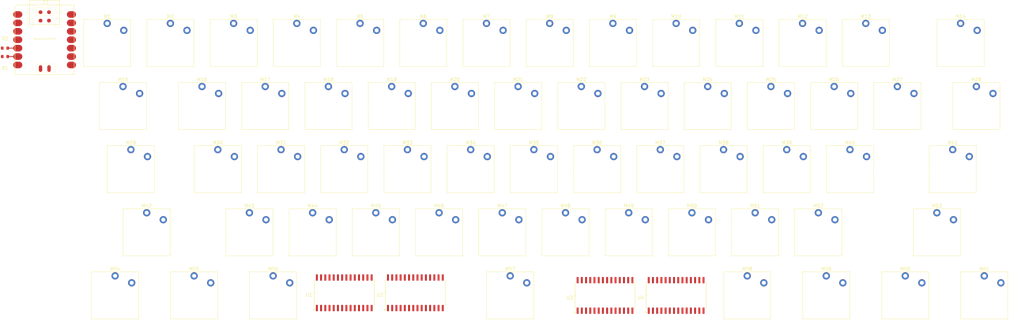
<source format=kicad_pcb>
(kicad_pcb (version 20171130) (host pcbnew "(5.1.10)-1")
  (layers (0 F.Cu signal) (31 B.Cu signal) (34 B.Paste user) (35 F.Paste user) (36 B.SilkS user) (37 F.SilkS user) (38 B.Mask user) (39 F.Mask user) (44 Edge.Cuts user))
  (net 0 "")
  (net 1 /ROW_1_0)
  (net 2 +5V)
  (net 3 /ROW_2_0)
  (net 4 /ROW_3_0)
  (net 5 /ROW_4_0)
  (net 6 /ROW_5_0)
  (net 7 /ROW_6_0)
  (net 8 /ROW_7_0)
  (net 9 /ROW_8_0)
  (net 10 /ROW_1_1)
  (net 11 /ROW_2_1)
  (net 12 /ROW_3_1)
  (net 13 /ROW_4_1)
  (net 14 /ROW_5_1)
  (net 15 /ROW_6_1)
  (net 16 /ROW_7_1)
  (net 17 /ROW_8_1)
  (net 18 /ROW_1_2)
  (net 19 /ROW_2_2)
  (net 20 /ROW_3_2)
  (net 21 /ROW_4_2)
  (net 22 /ROW_5_2)
  (net 23 /ROW_6_2)
  (net 24 /ROW_7_2)
  (net 25 /ROW_8_2)
  (net 26 /ROW_1_3)
  (net 27 /ROW_2_3)
  (net 28 /ROW_3_3)
  (net 29 /ROW_4_3)
  (net 30 /ROW_5_3)
  (net 31 /ROW_6_3)
  (net 32 /ROW_7_3)
  (net 33 /ROW_8_3)
  (net 34 /ROW_1_4)
  (net 35 /ROW_2_4)
  (net 36 /ROW_3_4)
  (net 37 /ROW_4_4)
  (net 38 /ROW_5_4)
  (net 39 /ROW_6_4)
  (net 40 /ROW_7_4)
  (net 41 /ROW_8_4)
  (net 42 /ROW_1_5)
  (net 43 /ROW_2_5)
  (net 44 /ROW_3_5)
  (net 45 /ROW_4_5)
  (net 46 /ROW_5_5)
  (net 47 /ROW_6_5)
  (net 48 /ROW_7_5)
  (net 49 /ROW_1_6)
  (net 50 /ROW_2_6)
  (net 51 /ROW_3_6)
  (net 52 /ROW_4_6)
  (net 53 /ROW_5_6)
  (net 54 /ROW_6_6)
  (net 55 /ROW_7_6)
  (net 56 /ROW_1_7)
  (net 57 /ROW_2_7)
  (net 58 /ROW_3_7)
  (net 59 /ROW_4_7)
  (net 60 /ROW_5_7)
  (net 61 /ROW_6_7)
  (net 62 /ROW_7_7)
  (net 63 /SCL_)
  (net 64 /SDA_)
  (net 65 GND)
  (net 66 /INT_0x0)
  (net 67 /INT_0x2)
  (net 68 /INT_0x1)
  (net 69 /INT_0x3)
  (module Kailh_Pog:SW_Kailh_Choc_V1_6.25u (layer F.Cu) (at 135.73125 133.35)
    (fp_text reference M57 (at 0 -8) (layer F.SilkS))
    (fp_text value SpaceBar)
    (pad "" np_thru_hole circle (at -5.22 4.2) (size 1.2 1.2) (drill 1.2) (layers *.Cu *.Mask))
    (pad "" np_thru_hole circle (at 5.5 0) (size 1.8 1.8) (drill 1.8) (layers *.Cu *.Mask))
    (pad "" np_thru_hole circle (at -5.5 0) (size 1.8 1.8) (drill 1.8) (layers *.Cu *.Mask))
    (pad "" np_thru_hole circle (at 0 0) (size 3.2 3.2) (drill 3.2) (layers *.Cu *.Mask))
    (pad 2 thru_hole circle (at 5 -3.8) (size 2.2 2.2) (drill 1.2) (layers *.Cu B.Mask) (net 65 GND))
    (pad 1 thru_hole circle (at 0 -5.9) (size 2.2 2.2) (drill 1.2) (layers *.Cu B.Mask) (net 9 /ROW_8_0))
  )
  (module Kailh_Pog:SW_Kailh_Choc_V1_1.25u (layer F.Cu) (at 278.60625 133.35)
    (fp_text reference M61 (at 0 -8) (layer F.SilkS))
    (fp_text value RightCtrl)
    (pad "" np_thru_hole circle (at -5.22 4.2) (size 1.2 1.2) (drill 1.2) (layers *.Cu *.Mask))
    (pad "" np_thru_hole circle (at 5.5 0) (size 1.8 1.8) (drill 1.8) (layers *.Cu *.Mask))
    (pad "" np_thru_hole circle (at -5.5 0) (size 1.8 1.8) (drill 1.8) (layers *.Cu *.Mask))
    (pad "" np_thru_hole circle (at 0 0) (size 3.2 3.2) (drill 3.2) (layers *.Cu *.Mask))
    (pad 2 thru_hole circle (at 5 -3.8) (size 2.2 2.2) (drill 1.2) (layers *.Cu B.Mask) (net 65 GND))
    (pad 1 thru_hole circle (at 0 -5.9) (size 2.2 2.2) (drill 1.2) (layers *.Cu B.Mask) (net 41 /ROW_8_4))
  )
  (module Kailh_Pog:SW_Kailh_Choc_V1_2.75u (layer F.Cu) (at 264.31875 114.3)
    (fp_text reference M53 (at 0 -8) (layer F.SilkS))
    (fp_text value RightShift)
    (pad "" np_thru_hole circle (at -5.22 4.2) (size 1.2 1.2) (drill 1.2) (layers *.Cu *.Mask))
    (pad "" np_thru_hole circle (at 5.5 0) (size 1.8 1.8) (drill 1.8) (layers *.Cu *.Mask))
    (pad "" np_thru_hole circle (at -5.5 0) (size 1.8 1.8) (drill 1.8) (layers *.Cu *.Mask))
    (pad "" np_thru_hole circle (at 0 0) (size 3.2 3.2) (drill 3.2) (layers *.Cu *.Mask))
    (pad 2 thru_hole circle (at 5 -3.8) (size 2.2 2.2) (drill 1.2) (layers *.Cu B.Mask) (net 65 GND))
    (pad 1 thru_hole circle (at 0 -5.9) (size 2.2 2.2) (drill 1.2) (layers *.Cu B.Mask) (net 40 /ROW_7_4))
  )
  (module Kailh_Pog:SW_Kailh_Choc_V1_2.25u (layer F.Cu) (at 26.19375 114.3)
    (fp_text reference M42 (at 0 -8) (layer F.SilkS))
    (fp_text value LeftShift)
    (pad "" np_thru_hole circle (at -5.22 4.2) (size 1.2 1.2) (drill 1.2) (layers *.Cu *.Mask))
    (pad "" np_thru_hole circle (at 5.5 0) (size 1.8 1.8) (drill 1.8) (layers *.Cu *.Mask))
    (pad "" np_thru_hole circle (at -5.5 0) (size 1.8 1.8) (drill 1.8) (layers *.Cu *.Mask))
    (pad "" np_thru_hole circle (at 0 0) (size 3.2 3.2) (drill 3.2) (layers *.Cu *.Mask))
    (pad 2 thru_hole circle (at 5 -3.8) (size 2.2 2.2) (drill 1.2) (layers *.Cu B.Mask) (net 65 GND))
    (pad 1 thru_hole circle (at 0 -5.9) (size 2.2 2.2) (drill 1.2) (layers *.Cu B.Mask) (net 15 /ROW_6_1))
  )
  (module Kailh_Pog:SW_Kailh_Choc_V1_2.25u (layer F.Cu) (at 269.08125 95.25)
    (fp_text reference M41 (at 0 -8) (layer F.SilkS))
    (fp_text value Enter)
    (pad "" np_thru_hole circle (at -5.22 4.2) (size 1.2 1.2) (drill 1.2) (layers *.Cu *.Mask))
    (pad "" np_thru_hole circle (at 5.5 0) (size 1.8 1.8) (drill 1.8) (layers *.Cu *.Mask))
    (pad "" np_thru_hole circle (at -5.5 0) (size 1.8 1.8) (drill 1.8) (layers *.Cu *.Mask))
    (pad "" np_thru_hole circle (at 0 0) (size 3.2 3.2) (drill 3.2) (layers *.Cu *.Mask))
    (pad 2 thru_hole circle (at 5 -3.8) (size 2.2 2.2) (drill 1.2) (layers *.Cu B.Mask) (net 65 GND))
    (pad 1 thru_hole circle (at 0 -5.9) (size 2.2 2.2) (drill 1.2) (layers *.Cu B.Mask) (net 7 /ROW_6_0))
  )
  (module Kailh_Pog:SW_Kailh_Choc_V1_1.75u (layer F.Cu) (at 21.43125 95.25)
    (fp_text reference M29 (at 0 -8) (layer F.SilkS))
    (fp_text value CapsLock)
    (pad "" np_thru_hole circle (at -5.22 4.2) (size 1.2 1.2) (drill 1.2) (layers *.Cu *.Mask))
    (pad "" np_thru_hole circle (at 5.5 0) (size 1.8 1.8) (drill 1.8) (layers *.Cu *.Mask))
    (pad "" np_thru_hole circle (at -5.5 0) (size 1.8 1.8) (drill 1.8) (layers *.Cu *.Mask))
    (pad "" np_thru_hole circle (at 0 0) (size 3.2 3.2) (drill 3.2) (layers *.Cu *.Mask))
    (pad 2 thru_hole circle (at 5 -3.8) (size 2.2 2.2) (drill 1.2) (layers *.Cu B.Mask) (net 65 GND))
    (pad 1 thru_hole circle (at 0 -5.9) (size 2.2 2.2) (drill 1.2) (layers *.Cu B.Mask) (net 37 /ROW_4_4))
  )
  (module Kailh_Pog:SW_Kailh_Choc_V1_1.50u (layer F.Cu) (at 276.225 76.2)
    (fp_text reference M28 (at 0 -8) (layer F.SilkS))
    (fp_text value \)
    (pad "" np_thru_hole circle (at -5.22 4.2) (size 1.2 1.2) (drill 1.2) (layers *.Cu *.Mask))
    (pad "" np_thru_hole circle (at 5.5 0) (size 1.8 1.8) (drill 1.8) (layers *.Cu *.Mask))
    (pad "" np_thru_hole circle (at -5.5 0) (size 1.8 1.8) (drill 1.8) (layers *.Cu *.Mask))
    (pad "" np_thru_hole circle (at 0 0) (size 3.2 3.2) (drill 3.2) (layers *.Cu *.Mask))
    (pad 2 thru_hole circle (at 5 -3.8) (size 2.2 2.2) (drill 1.2) (layers *.Cu B.Mask) (net 65 GND))
    (pad 1 thru_hole circle (at 0 -5.9) (size 2.2 2.2) (drill 1.2) (layers *.Cu B.Mask) (net 29 /ROW_4_3))
  )
  (module Kailh_Pog:SW_Kailh_Choc_V1_1.50u (layer F.Cu) (at 19.05 76.2)
    (fp_text reference M15 (at 0 -8) (layer F.SilkS))
    (fp_text value Tab)
    (pad "" np_thru_hole circle (at -5.22 4.2) (size 1.2 1.2) (drill 1.2) (layers *.Cu *.Mask))
    (pad "" np_thru_hole circle (at 5.5 0) (size 1.8 1.8) (drill 1.8) (layers *.Cu *.Mask))
    (pad "" np_thru_hole circle (at -5.5 0) (size 1.8 1.8) (drill 1.8) (layers *.Cu *.Mask))
    (pad "" np_thru_hole circle (at 0 0) (size 3.2 3.2) (drill 3.2) (layers *.Cu *.Mask))
    (pad 2 thru_hole circle (at 5 -3.8) (size 2.2 2.2) (drill 1.2) (layers *.Cu B.Mask) (net 65 GND))
    (pad 1 thru_hole circle (at 0 -5.9) (size 2.2 2.2) (drill 1.2) (layers *.Cu B.Mask) (net 50 /ROW_2_6))
  )
  (module Kailh_Pog:SW_Kailh_Choc_V1_2.00u (layer F.Cu) (at 271.4625 57.15)
    (fp_text reference M14 (at 0 -8) (layer F.SilkS))
    (fp_text value Backspace)
    (pad "" np_thru_hole circle (at -5.22 4.2) (size 1.2 1.2) (drill 1.2) (layers *.Cu *.Mask))
    (pad "" np_thru_hole circle (at 5.5 0) (size 1.8 1.8) (drill 1.8) (layers *.Cu *.Mask))
    (pad "" np_thru_hole circle (at -5.5 0) (size 1.8 1.8) (drill 1.8) (layers *.Cu *.Mask))
    (pad "" np_thru_hole circle (at 0 0) (size 3.2 3.2) (drill 3.2) (layers *.Cu *.Mask))
    (pad 2 thru_hole circle (at 5 -3.8) (size 2.2 2.2) (drill 1.2) (layers *.Cu B.Mask) (net 65 GND))
    (pad 1 thru_hole circle (at 0 -5.9) (size 2.2 2.2) (drill 1.2) (layers *.Cu B.Mask) (net 43 /ROW_2_5))
  )
  (module MCP23017:SOIC127P1030X265-28N (layer F.Cu) (at 85.725 132.55625 90)
    (fp_text reference U1 (at -0.635 -10.635 180) (layer F.SilkS))
    (fp_text value ROW_1_2)
    (pad 28 smd roundrect (at 4.61 -8.255 90) (size 1.91 0.6) (layers F.Cu F.Paste F.Mask) (roundrect_rratio 0.15) (net 56 /ROW_1_7))
    (pad 27 smd roundrect (at 4.61 -6.985 90) (size 1.91 0.6) (layers F.Cu F.Paste F.Mask) (roundrect_rratio 0.15) (net 49 /ROW_1_6))
    (pad 26 smd roundrect (at 4.61 -5.715 90) (size 1.91 0.6) (layers F.Cu F.Paste F.Mask) (roundrect_rratio 0.15) (net 42 /ROW_1_5))
    (pad 25 smd roundrect (at 4.61 -4.445 90) (size 1.91 0.6) (layers F.Cu F.Paste F.Mask) (roundrect_rratio 0.15) (net 34 /ROW_1_4))
    (pad 24 smd roundrect (at 4.61 -3.175 90) (size 1.91 0.6) (layers F.Cu F.Paste F.Mask) (roundrect_rratio 0.15) (net 26 /ROW_1_3))
    (pad 23 smd roundrect (at 4.61 -1.905 90) (size 1.91 0.6) (layers F.Cu F.Paste F.Mask) (roundrect_rratio 0.15) (net 18 /ROW_1_2))
    (pad 22 smd roundrect (at 4.61 -0.635 90) (size 1.91 0.6) (layers F.Cu F.Paste F.Mask) (roundrect_rratio 0.15) (net 10 /ROW_1_1))
    (pad 21 smd roundrect (at 4.61 0.635 90) (size 1.91 0.6) (layers F.Cu F.Paste F.Mask) (roundrect_rratio 0.15) (net 1 /ROW_1_0))
    (pad 20 smd roundrect (at 4.61 1.905 90) (size 1.91 0.6) (layers F.Cu F.Paste F.Mask) (roundrect_rratio 0.15) (net 66 /INT_0x0))
    (pad 19 smd roundrect (at 4.61 3.175 90) (size 1.91 0.6) (layers F.Cu F.Paste F.Mask) (roundrect_rratio 0.15) (net 66 /INT_0x0))
    (pad 18 smd roundrect (at 4.61 4.445 90) (size 1.91 0.6) (layers F.Cu F.Paste F.Mask) (roundrect_rratio 0.15))
    (pad 17 smd roundrect (at 4.61 5.715 90) (size 1.91 0.6) (layers F.Cu F.Paste F.Mask) (roundrect_rratio 0.15) (net 65 GND))
    (pad 16 smd roundrect (at 4.61 6.985 90) (size 1.91 0.6) (layers F.Cu F.Paste F.Mask) (roundrect_rratio 0.15) (net 65 GND))
    (pad 15 smd roundrect (at 4.61 8.255 90) (size 1.91 0.6) (layers F.Cu F.Paste F.Mask) (roundrect_rratio 0.15) (net 65 GND))
    (pad 14 smd roundrect (at -4.61 8.255 90) (size 1.91 0.6) (layers F.Cu F.Paste F.Mask) (roundrect_rratio 0.15))
    (pad 13 smd roundrect (at -4.61 6.985 90) (size 1.91 0.6) (layers F.Cu F.Paste F.Mask) (roundrect_rratio 0.15) (net 64 /SDA_))
    (pad 12 smd roundrect (at -4.61 5.715 90) (size 1.91 0.6) (layers F.Cu F.Paste F.Mask) (roundrect_rratio 0.15) (net 63 /SCL_))
    (pad 11 smd roundrect (at -4.61 4.445 90) (size 1.91 0.6) (layers F.Cu F.Paste F.Mask) (roundrect_rratio 0.15))
    (pad 10 smd roundrect (at -4.61 3.175 90) (size 1.91 0.6) (layers F.Cu F.Paste F.Mask) (roundrect_rratio 0.15) (net 65 GND))
    (pad 9 smd roundrect (at -4.61 1.905 90) (size 1.91 0.6) (layers F.Cu F.Paste F.Mask) (roundrect_rratio 0.15) (net 2 +5V))
    (pad 8 smd roundrect (at -4.61 0.635 90) (size 1.91 0.6) (layers F.Cu F.Paste F.Mask) (roundrect_rratio 0.15) (net 57 /ROW_2_7))
    (pad 7 smd roundrect (at -4.61 -0.635 90) (size 1.91 0.6) (layers F.Cu F.Paste F.Mask) (roundrect_rratio 0.15) (net 50 /ROW_2_6))
    (pad 6 smd roundrect (at -4.61 -1.905 90) (size 1.91 0.6) (layers F.Cu F.Paste F.Mask) (roundrect_rratio 0.15) (net 43 /ROW_2_5))
    (pad 5 smd roundrect (at -4.61 -3.175 90) (size 1.91 0.6) (layers F.Cu F.Paste F.Mask) (roundrect_rratio 0.15) (net 35 /ROW_2_4))
    (pad 4 smd roundrect (at -4.61 -4.445 90) (size 1.91 0.6) (layers F.Cu F.Paste F.Mask) (roundrect_rratio 0.15) (net 27 /ROW_2_3))
    (pad 3 smd roundrect (at -4.61 -5.715 90) (size 1.91 0.6) (layers F.Cu F.Paste F.Mask) (roundrect_rratio 0.15) (net 19 /ROW_2_2))
    (pad 2 smd roundrect (at -4.61 -6.985 90) (size 1.91 0.6) (layers F.Cu F.Paste F.Mask) (roundrect_rratio 0.15) (net 11 /ROW_2_1))
    (pad 1 smd roundrect (at -4.61 -8.255 90) (size 1.91 0.6) (layers F.Cu F.Paste F.Mask) (roundrect_rratio 0.15) (net 3 /ROW_2_0))
  )
  (module MCP23017:SOIC127P1030X265-28N (layer F.Cu) (at 185.7375 133.35 90)
    (fp_text reference U4 (at -0.635 -10.635 180) (layer F.SilkS))
    (fp_text value ROW_7_8)
    (pad 28 smd roundrect (at 4.61 -8.255 90) (size 1.91 0.6) (layers F.Cu F.Paste F.Mask) (roundrect_rratio 0.15) (net 62 /ROW_7_7))
    (pad 27 smd roundrect (at 4.61 -6.985 90) (size 1.91 0.6) (layers F.Cu F.Paste F.Mask) (roundrect_rratio 0.15) (net 55 /ROW_7_6))
    (pad 26 smd roundrect (at 4.61 -5.715 90) (size 1.91 0.6) (layers F.Cu F.Paste F.Mask) (roundrect_rratio 0.15) (net 48 /ROW_7_5))
    (pad 25 smd roundrect (at 4.61 -4.445 90) (size 1.91 0.6) (layers F.Cu F.Paste F.Mask) (roundrect_rratio 0.15) (net 40 /ROW_7_4))
    (pad 24 smd roundrect (at 4.61 -3.175 90) (size 1.91 0.6) (layers F.Cu F.Paste F.Mask) (roundrect_rratio 0.15) (net 32 /ROW_7_3))
    (pad 23 smd roundrect (at 4.61 -1.905 90) (size 1.91 0.6) (layers F.Cu F.Paste F.Mask) (roundrect_rratio 0.15) (net 24 /ROW_7_2))
    (pad 22 smd roundrect (at 4.61 -0.635 90) (size 1.91 0.6) (layers F.Cu F.Paste F.Mask) (roundrect_rratio 0.15) (net 16 /ROW_7_1))
    (pad 21 smd roundrect (at 4.61 0.635 90) (size 1.91 0.6) (layers F.Cu F.Paste F.Mask) (roundrect_rratio 0.15) (net 8 /ROW_7_0))
    (pad 20 smd roundrect (at 4.61 1.905 90) (size 1.91 0.6) (layers F.Cu F.Paste F.Mask) (roundrect_rratio 0.15) (net 69 /INT_0x3))
    (pad 19 smd roundrect (at 4.61 3.175 90) (size 1.91 0.6) (layers F.Cu F.Paste F.Mask) (roundrect_rratio 0.15) (net 69 /INT_0x3))
    (pad 18 smd roundrect (at 4.61 4.445 90) (size 1.91 0.6) (layers F.Cu F.Paste F.Mask) (roundrect_rratio 0.15))
    (pad 17 smd roundrect (at 4.61 5.715 90) (size 1.91 0.6) (layers F.Cu F.Paste F.Mask) (roundrect_rratio 0.15) (net 65 GND))
    (pad 16 smd roundrect (at 4.61 6.985 90) (size 1.91 0.6) (layers F.Cu F.Paste F.Mask) (roundrect_rratio 0.15) (net 2 +5V))
    (pad 15 smd roundrect (at 4.61 8.255 90) (size 1.91 0.6) (layers F.Cu F.Paste F.Mask) (roundrect_rratio 0.15) (net 2 +5V))
    (pad 14 smd roundrect (at -4.61 8.255 90) (size 1.91 0.6) (layers F.Cu F.Paste F.Mask) (roundrect_rratio 0.15))
    (pad 13 smd roundrect (at -4.61 6.985 90) (size 1.91 0.6) (layers F.Cu F.Paste F.Mask) (roundrect_rratio 0.15) (net 64 /SDA_))
    (pad 12 smd roundrect (at -4.61 5.715 90) (size 1.91 0.6) (layers F.Cu F.Paste F.Mask) (roundrect_rratio 0.15) (net 63 /SCL_))
    (pad 11 smd roundrect (at -4.61 4.445 90) (size 1.91 0.6) (layers F.Cu F.Paste F.Mask) (roundrect_rratio 0.15))
    (pad 10 smd roundrect (at -4.61 3.175 90) (size 1.91 0.6) (layers F.Cu F.Paste F.Mask) (roundrect_rratio 0.15) (net 65 GND))
    (pad 9 smd roundrect (at -4.61 1.905 90) (size 1.91 0.6) (layers F.Cu F.Paste F.Mask) (roundrect_rratio 0.15) (net 2 +5V))
    (pad 8 smd roundrect (at -4.61 0.635 90) (size 1.91 0.6) (layers F.Cu F.Paste F.Mask) (roundrect_rratio 0.15))
    (pad 7 smd roundrect (at -4.61 -0.635 90) (size 1.91 0.6) (layers F.Cu F.Paste F.Mask) (roundrect_rratio 0.15))
    (pad 6 smd roundrect (at -4.61 -1.905 90) (size 1.91 0.6) (layers F.Cu F.Paste F.Mask) (roundrect_rratio 0.15))
    (pad 5 smd roundrect (at -4.61 -3.175 90) (size 1.91 0.6) (layers F.Cu F.Paste F.Mask) (roundrect_rratio 0.15) (net 41 /ROW_8_4))
    (pad 4 smd roundrect (at -4.61 -4.445 90) (size 1.91 0.6) (layers F.Cu F.Paste F.Mask) (roundrect_rratio 0.15) (net 33 /ROW_8_3))
    (pad 3 smd roundrect (at -4.61 -5.715 90) (size 1.91 0.6) (layers F.Cu F.Paste F.Mask) (roundrect_rratio 0.15) (net 25 /ROW_8_2))
    (pad 2 smd roundrect (at -4.61 -6.985 90) (size 1.91 0.6) (layers F.Cu F.Paste F.Mask) (roundrect_rratio 0.15) (net 17 /ROW_8_1))
    (pad 1 smd roundrect (at -4.61 -8.255 90) (size 1.91 0.6) (layers F.Cu F.Paste F.Mask) (roundrect_rratio 0.15) (net 9 /ROW_8_0))
  )
  (module "RP2040:Seeeduino XIAO-MOUDLE14P-2.54-21X17.8MM" (layer F.Cu) (at -13.49375 66.675)
    (fp_text reference C1 (at 9.3345 -21.7805) (layer F.SilkS) (effects (font (size 0.889 0.889) (thickness 0.1016))))
    (fp_text value SeeeduinoXIAO (at 8.89 -10.795) (layer F.SilkS) (effects (font (size 0.6096 0.6096) (thickness 0.0762))))
    (pad 20 smd circle (at 10.238803 -16.264187 90) (size 1.143 1.143) (layers F.Cu F.Paste F.Mask))
    (pad 19 smd circle (at 7.698803 -16.264187 90) (size 1.143 1.143) (layers F.Cu F.Paste F.Mask))
    (pad 18 smd circle (at 10.238803 -18.804187 90) (size 1.143 1.143) (layers F.Cu F.Paste F.Mask))
    (pad 17 smd circle (at 7.698803 -18.804187 90) (size 1.143 1.143) (layers F.Cu F.Paste F.Mask))
    (pad 16 smd oval (at 10.25 -1.8 90) (size 2.032 1.016) (layers F.Cu F.Paste F.Mask))
    (pad 15 smd oval (at 7.7 -1.8 90) (size 2.032 1.016) (layers F.Cu F.Paste F.Mask))
    (pad 1 smd oval (at 0.83312 -18.11782) (size 2.74828 1.99898) (layers F.Cu F.Paste F.Mask) (net 66 /INT_0x0))
    (pad 2 smd oval (at 0.83312 -15.57782) (size 2.74828 1.99898) (layers F.Cu F.Paste F.Mask) (net 68 /INT_0x1))
    (pad 3 smd oval (at 0.83312 -13.03782) (size 2.74828 1.99898) (layers F.Cu F.Paste F.Mask) (net 67 /INT_0x2))
    (pad 4 smd oval (at 0.83312 -10.49782) (size 2.74828 1.99898) (layers F.Cu F.Paste F.Mask) (net 69 /INT_0x3))
    (pad 5 smd oval (at 0.83312 -7.95782) (size 2.74828 1.99898) (layers F.Cu F.Paste F.Mask) (net 64 /SDA_))
    (pad 6 smd oval (at 0.83312 -5.41782) (size 2.74828 1.99898) (layers F.Cu F.Paste F.Mask) (net 63 /SCL_))
    (pad 7 smd oval (at 0.83312 -2.87782) (size 2.74828 1.99898) (layers F.Cu F.Paste F.Mask))
    (pad 8 smd oval (at 16.99768 -2.87782) (size 2.74828 1.99898) (layers F.Cu F.Paste F.Mask))
    (pad 9 smd oval (at 16.99768 -5.41782) (size 2.74828 1.99898) (layers F.Cu F.Paste F.Mask))
    (pad 10 smd oval (at 16.99768 -7.95782) (size 2.74828 1.99898) (layers F.Cu F.Paste F.Mask))
    (pad 11 smd oval (at 16.99768 -10.49782) (size 2.74828 1.99898) (layers F.Cu F.Paste F.Mask))
    (pad 12 smd oval (at 16.99768 -13.03782) (size 2.74828 1.99898) (layers F.Cu F.Paste F.Mask))
    (pad 13 smd oval (at 16.99768 -15.57782) (size 2.74828 1.99898) (layers F.Cu F.Paste F.Mask) (net 65 GND))
    (pad 14 smd oval (at 16.99768 -18.11782) (size 2.74828 1.99898) (layers F.Cu F.Paste F.Mask) (net 2 +5V))
  )
  (module MCP23017:SOIC127P1030X265-28N (layer F.Cu) (at 107.15625 132.55625 90)
    (fp_text reference U2 (at -0.635 -10.635 180) (layer F.SilkS))
    (fp_text value ROW_3_4)
    (pad 28 smd roundrect (at 4.61 -8.255 90) (size 1.91 0.6) (layers F.Cu F.Paste F.Mask) (roundrect_rratio 0.15) (net 58 /ROW_3_7))
    (pad 27 smd roundrect (at 4.61 -6.985 90) (size 1.91 0.6) (layers F.Cu F.Paste F.Mask) (roundrect_rratio 0.15) (net 51 /ROW_3_6))
    (pad 26 smd roundrect (at 4.61 -5.715 90) (size 1.91 0.6) (layers F.Cu F.Paste F.Mask) (roundrect_rratio 0.15) (net 44 /ROW_3_5))
    (pad 25 smd roundrect (at 4.61 -4.445 90) (size 1.91 0.6) (layers F.Cu F.Paste F.Mask) (roundrect_rratio 0.15) (net 36 /ROW_3_4))
    (pad 24 smd roundrect (at 4.61 -3.175 90) (size 1.91 0.6) (layers F.Cu F.Paste F.Mask) (roundrect_rratio 0.15) (net 28 /ROW_3_3))
    (pad 23 smd roundrect (at 4.61 -1.905 90) (size 1.91 0.6) (layers F.Cu F.Paste F.Mask) (roundrect_rratio 0.15) (net 20 /ROW_3_2))
    (pad 22 smd roundrect (at 4.61 -0.635 90) (size 1.91 0.6) (layers F.Cu F.Paste F.Mask) (roundrect_rratio 0.15) (net 12 /ROW_3_1))
    (pad 21 smd roundrect (at 4.61 0.635 90) (size 1.91 0.6) (layers F.Cu F.Paste F.Mask) (roundrect_rratio 0.15) (net 4 /ROW_3_0))
    (pad 20 smd roundrect (at 4.61 1.905 90) (size 1.91 0.6) (layers F.Cu F.Paste F.Mask) (roundrect_rratio 0.15) (net 68 /INT_0x1))
    (pad 19 smd roundrect (at 4.61 3.175 90) (size 1.91 0.6) (layers F.Cu F.Paste F.Mask) (roundrect_rratio 0.15) (net 68 /INT_0x1))
    (pad 18 smd roundrect (at 4.61 4.445 90) (size 1.91 0.6) (layers F.Cu F.Paste F.Mask) (roundrect_rratio 0.15))
    (pad 17 smd roundrect (at 4.61 5.715 90) (size 1.91 0.6) (layers F.Cu F.Paste F.Mask) (roundrect_rratio 0.15) (net 65 GND))
    (pad 16 smd roundrect (at 4.61 6.985 90) (size 1.91 0.6) (layers F.Cu F.Paste F.Mask) (roundrect_rratio 0.15) (net 65 GND))
    (pad 15 smd roundrect (at 4.61 8.255 90) (size 1.91 0.6) (layers F.Cu F.Paste F.Mask) (roundrect_rratio 0.15) (net 2 +5V))
    (pad 14 smd roundrect (at -4.61 8.255 90) (size 1.91 0.6) (layers F.Cu F.Paste F.Mask) (roundrect_rratio 0.15))
    (pad 13 smd roundrect (at -4.61 6.985 90) (size 1.91 0.6) (layers F.Cu F.Paste F.Mask) (roundrect_rratio 0.15) (net 64 /SDA_))
    (pad 12 smd roundrect (at -4.61 5.715 90) (size 1.91 0.6) (layers F.Cu F.Paste F.Mask) (roundrect_rratio 0.15) (net 63 /SCL_))
    (pad 11 smd roundrect (at -4.61 4.445 90) (size 1.91 0.6) (layers F.Cu F.Paste F.Mask) (roundrect_rratio 0.15))
    (pad 10 smd roundrect (at -4.61 3.175 90) (size 1.91 0.6) (layers F.Cu F.Paste F.Mask) (roundrect_rratio 0.15) (net 65 GND))
    (pad 9 smd roundrect (at -4.61 1.905 90) (size 1.91 0.6) (layers F.Cu F.Paste F.Mask) (roundrect_rratio 0.15) (net 2 +5V))
    (pad 8 smd roundrect (at -4.61 0.635 90) (size 1.91 0.6) (layers F.Cu F.Paste F.Mask) (roundrect_rratio 0.15) (net 59 /ROW_4_7))
    (pad 7 smd roundrect (at -4.61 -0.635 90) (size 1.91 0.6) (layers F.Cu F.Paste F.Mask) (roundrect_rratio 0.15) (net 52 /ROW_4_6))
    (pad 6 smd roundrect (at -4.61 -1.905 90) (size 1.91 0.6) (layers F.Cu F.Paste F.Mask) (roundrect_rratio 0.15) (net 45 /ROW_4_5))
    (pad 5 smd roundrect (at -4.61 -3.175 90) (size 1.91 0.6) (layers F.Cu F.Paste F.Mask) (roundrect_rratio 0.15) (net 37 /ROW_4_4))
    (pad 4 smd roundrect (at -4.61 -4.445 90) (size 1.91 0.6) (layers F.Cu F.Paste F.Mask) (roundrect_rratio 0.15) (net 29 /ROW_4_3))
    (pad 3 smd roundrect (at -4.61 -5.715 90) (size 1.91 0.6) (layers F.Cu F.Paste F.Mask) (roundrect_rratio 0.15) (net 21 /ROW_4_2))
    (pad 2 smd roundrect (at -4.61 -6.985 90) (size 1.91 0.6) (layers F.Cu F.Paste F.Mask) (roundrect_rratio 0.15) (net 13 /ROW_4_1))
    (pad 1 smd roundrect (at -4.61 -8.255 90) (size 1.91 0.6) (layers F.Cu F.Paste F.Mask) (roundrect_rratio 0.15) (net 5 /ROW_4_0))
  )
  (module MCP23017:SOIC127P1030X265-28N (layer F.Cu) (at 164.30625 133.35 90)
    (fp_text reference U3 (at -0.635 -10.635 180) (layer F.SilkS))
    (fp_text value ROW_5_6)
    (pad 28 smd roundrect (at 4.61 -8.255 90) (size 1.91 0.6) (layers F.Cu F.Paste F.Mask) (roundrect_rratio 0.15) (net 60 /ROW_5_7))
    (pad 27 smd roundrect (at 4.61 -6.985 90) (size 1.91 0.6) (layers F.Cu F.Paste F.Mask) (roundrect_rratio 0.15) (net 53 /ROW_5_6))
    (pad 26 smd roundrect (at 4.61 -5.715 90) (size 1.91 0.6) (layers F.Cu F.Paste F.Mask) (roundrect_rratio 0.15) (net 46 /ROW_5_5))
    (pad 25 smd roundrect (at 4.61 -4.445 90) (size 1.91 0.6) (layers F.Cu F.Paste F.Mask) (roundrect_rratio 0.15) (net 38 /ROW_5_4))
    (pad 24 smd roundrect (at 4.61 -3.175 90) (size 1.91 0.6) (layers F.Cu F.Paste F.Mask) (roundrect_rratio 0.15) (net 30 /ROW_5_3))
    (pad 23 smd roundrect (at 4.61 -1.905 90) (size 1.91 0.6) (layers F.Cu F.Paste F.Mask) (roundrect_rratio 0.15) (net 22 /ROW_5_2))
    (pad 22 smd roundrect (at 4.61 -0.635 90) (size 1.91 0.6) (layers F.Cu F.Paste F.Mask) (roundrect_rratio 0.15) (net 14 /ROW_5_1))
    (pad 21 smd roundrect (at 4.61 0.635 90) (size 1.91 0.6) (layers F.Cu F.Paste F.Mask) (roundrect_rratio 0.15) (net 6 /ROW_5_0))
    (pad 20 smd roundrect (at 4.61 1.905 90) (size 1.91 0.6) (layers F.Cu F.Paste F.Mask) (roundrect_rratio 0.15) (net 67 /INT_0x2))
    (pad 19 smd roundrect (at 4.61 3.175 90) (size 1.91 0.6) (layers F.Cu F.Paste F.Mask) (roundrect_rratio 0.15) (net 67 /INT_0x2))
    (pad 18 smd roundrect (at 4.61 4.445 90) (size 1.91 0.6) (layers F.Cu F.Paste F.Mask) (roundrect_rratio 0.15))
    (pad 17 smd roundrect (at 4.61 5.715 90) (size 1.91 0.6) (layers F.Cu F.Paste F.Mask) (roundrect_rratio 0.15) (net 65 GND))
    (pad 16 smd roundrect (at 4.61 6.985 90) (size 1.91 0.6) (layers F.Cu F.Paste F.Mask) (roundrect_rratio 0.15) (net 2 +5V))
    (pad 15 smd roundrect (at 4.61 8.255 90) (size 1.91 0.6) (layers F.Cu F.Paste F.Mask) (roundrect_rratio 0.15) (net 65 GND))
    (pad 14 smd roundrect (at -4.61 8.255 90) (size 1.91 0.6) (layers F.Cu F.Paste F.Mask) (roundrect_rratio 0.15))
    (pad 13 smd roundrect (at -4.61 6.985 90) (size 1.91 0.6) (layers F.Cu F.Paste F.Mask) (roundrect_rratio 0.15) (net 64 /SDA_))
    (pad 12 smd roundrect (at -4.61 5.715 90) (size 1.91 0.6) (layers F.Cu F.Paste F.Mask) (roundrect_rratio 0.15) (net 63 /SCL_))
    (pad 11 smd roundrect (at -4.61 4.445 90) (size 1.91 0.6) (layers F.Cu F.Paste F.Mask) (roundrect_rratio 0.15))
    (pad 10 smd roundrect (at -4.61 3.175 90) (size 1.91 0.6) (layers F.Cu F.Paste F.Mask) (roundrect_rratio 0.15) (net 65 GND))
    (pad 9 smd roundrect (at -4.61 1.905 90) (size 1.91 0.6) (layers F.Cu F.Paste F.Mask) (roundrect_rratio 0.15) (net 2 +5V))
    (pad 8 smd roundrect (at -4.61 0.635 90) (size 1.91 0.6) (layers F.Cu F.Paste F.Mask) (roundrect_rratio 0.15) (net 61 /ROW_6_7))
    (pad 7 smd roundrect (at -4.61 -0.635 90) (size 1.91 0.6) (layers F.Cu F.Paste F.Mask) (roundrect_rratio 0.15) (net 54 /ROW_6_6))
    (pad 6 smd roundrect (at -4.61 -1.905 90) (size 1.91 0.6) (layers F.Cu F.Paste F.Mask) (roundrect_rratio 0.15) (net 47 /ROW_6_5))
    (pad 5 smd roundrect (at -4.61 -3.175 90) (size 1.91 0.6) (layers F.Cu F.Paste F.Mask) (roundrect_rratio 0.15) (net 39 /ROW_6_4))
    (pad 4 smd roundrect (at -4.61 -4.445 90) (size 1.91 0.6) (layers F.Cu F.Paste F.Mask) (roundrect_rratio 0.15) (net 31 /ROW_6_3))
    (pad 3 smd roundrect (at -4.61 -5.715 90) (size 1.91 0.6) (layers F.Cu F.Paste F.Mask) (roundrect_rratio 0.15) (net 23 /ROW_6_2))
    (pad 2 smd roundrect (at -4.61 -6.985 90) (size 1.91 0.6) (layers F.Cu F.Paste F.Mask) (roundrect_rratio 0.15) (net 15 /ROW_6_1))
    (pad 1 smd roundrect (at -4.61 -8.255 90) (size 1.91 0.6) (layers F.Cu F.Paste F.Mask) (roundrect_rratio 0.15) (net 7 /ROW_6_0))
  )
  (module Resistor_SMD:R_0603_1608Metric (layer F.Cu) (at -16.51 58.71718 180)
    (fp_text reference R2 (at 0 2.83718) (layer F.SilkS))
    (fp_text value 10k)
    (pad 2 smd roundrect (at 0.825 0 180) (size 0.8 0.95) (layers F.Cu F.Paste F.Mask) (net 2 +5V))
    (pad 1 smd roundrect (at -0.825 0 180) (size 0.8 0.95) (layers F.Cu F.Paste F.Mask) (net 64 /SDA_))
  )
  (module Resistor_SMD:R_0603_1608Metric (layer F.Cu) (at -16.51 61.25718)
    (fp_text reference R1 (at 0 3.51282) (layer F.SilkS))
    (fp_text value 10k)
    (pad 2 smd roundrect (at 0.825 0) (size 0.8 0.95) (layers F.Cu F.Paste F.Mask) (net 63 /SCL_))
    (pad 1 smd roundrect (at -0.825 0) (size 0.8 0.95) (layers F.Cu F.Paste F.Mask) (net 2 +5V))
  )
  (module Kailh_Pog:SW_Kailh_Choc_V1_1.25u (layer F.Cu) (at 254.79375 133.35)
    (fp_text reference M60 (at 0 -8) (layer F.SilkS))
    (fp_text value Menu)
    (pad "" np_thru_hole circle (at -5.22 4.2) (size 1.2 1.2) (drill 1.2) (layers *.Cu *.Mask))
    (pad "" np_thru_hole circle (at 5.5 0) (size 1.8 1.8) (drill 1.8) (layers *.Cu *.Mask))
    (pad "" np_thru_hole circle (at -5.5 0) (size 1.8 1.8) (drill 1.8) (layers *.Cu *.Mask))
    (pad "" np_thru_hole circle (at 0 0) (size 3.2 3.2) (drill 3.2) (layers *.Cu *.Mask))
    (pad 2 thru_hole circle (at 5 -3.8) (size 2.2 2.2) (drill 1.2) (layers *.Cu B.Mask) (net 65 GND))
    (pad 1 thru_hole circle (at 0 -5.9) (size 2.2 2.2) (drill 1.2) (layers *.Cu B.Mask) (net 33 /ROW_8_3))
  )
  (module Kailh_Pog:SW_Kailh_Choc_V1_1.25u (layer F.Cu) (at 230.98125 133.35)
    (fp_text reference M59 (at 0 -8) (layer F.SilkS))
    (fp_text value RightSuper)
    (pad "" np_thru_hole circle (at -5.22 4.2) (size 1.2 1.2) (drill 1.2) (layers *.Cu *.Mask))
    (pad "" np_thru_hole circle (at 5.5 0) (size 1.8 1.8) (drill 1.8) (layers *.Cu *.Mask))
    (pad "" np_thru_hole circle (at -5.5 0) (size 1.8 1.8) (drill 1.8) (layers *.Cu *.Mask))
    (pad "" np_thru_hole circle (at 0 0) (size 3.2 3.2) (drill 3.2) (layers *.Cu *.Mask))
    (pad 2 thru_hole circle (at 5 -3.8) (size 2.2 2.2) (drill 1.2) (layers *.Cu B.Mask) (net 65 GND))
    (pad 1 thru_hole circle (at 0 -5.9) (size 2.2 2.2) (drill 1.2) (layers *.Cu B.Mask) (net 25 /ROW_8_2))
  )
  (module Kailh_Pog:SW_Kailh_Choc_V1_1.25u (layer F.Cu) (at 207.16875 133.35)
    (fp_text reference M58 (at 0 -8) (layer F.SilkS))
    (fp_text value RightAlt)
    (pad "" np_thru_hole circle (at -5.22 4.2) (size 1.2 1.2) (drill 1.2) (layers *.Cu *.Mask))
    (pad "" np_thru_hole circle (at 5.5 0) (size 1.8 1.8) (drill 1.8) (layers *.Cu *.Mask))
    (pad "" np_thru_hole circle (at -5.5 0) (size 1.8 1.8) (drill 1.8) (layers *.Cu *.Mask))
    (pad "" np_thru_hole circle (at 0 0) (size 3.2 3.2) (drill 3.2) (layers *.Cu *.Mask))
    (pad 2 thru_hole circle (at 5 -3.8) (size 2.2 2.2) (drill 1.2) (layers *.Cu B.Mask) (net 65 GND))
    (pad 1 thru_hole circle (at 0 -5.9) (size 2.2 2.2) (drill 1.2) (layers *.Cu B.Mask) (net 17 /ROW_8_1))
  )
  (module Kailh_Pog:SW_Kailh_Choc_V1_1.25u (layer F.Cu) (at 64.29375 133.35)
    (fp_text reference M56 (at 0 -8) (layer F.SilkS))
    (fp_text value LeftAlt)
    (pad "" np_thru_hole circle (at -5.22 4.2) (size 1.2 1.2) (drill 1.2) (layers *.Cu *.Mask))
    (pad "" np_thru_hole circle (at 5.5 0) (size 1.8 1.8) (drill 1.8) (layers *.Cu *.Mask))
    (pad "" np_thru_hole circle (at -5.5 0) (size 1.8 1.8) (drill 1.8) (layers *.Cu *.Mask))
    (pad "" np_thru_hole circle (at 0 0) (size 3.2 3.2) (drill 3.2) (layers *.Cu *.Mask))
    (pad 2 thru_hole circle (at 5 -3.8) (size 2.2 2.2) (drill 1.2) (layers *.Cu B.Mask) (net 65 GND))
    (pad 1 thru_hole circle (at 0 -5.9) (size 2.2 2.2) (drill 1.2) (layers *.Cu B.Mask) (net 62 /ROW_7_7))
  )
  (module Kailh_Pog:SW_Kailh_Choc_V1_1.25u (layer F.Cu) (at 40.48125 133.35)
    (fp_text reference M55 (at 0 -8) (layer F.SilkS))
    (fp_text value LeftSuper)
    (pad "" np_thru_hole circle (at -5.22 4.2) (size 1.2 1.2) (drill 1.2) (layers *.Cu *.Mask))
    (pad "" np_thru_hole circle (at 5.5 0) (size 1.8 1.8) (drill 1.8) (layers *.Cu *.Mask))
    (pad "" np_thru_hole circle (at -5.5 0) (size 1.8 1.8) (drill 1.8) (layers *.Cu *.Mask))
    (pad "" np_thru_hole circle (at 0 0) (size 3.2 3.2) (drill 3.2) (layers *.Cu *.Mask))
    (pad 2 thru_hole circle (at 5 -3.8) (size 2.2 2.2) (drill 1.2) (layers *.Cu B.Mask) (net 65 GND))
    (pad 1 thru_hole circle (at 0 -5.9) (size 2.2 2.2) (drill 1.2) (layers *.Cu B.Mask) (net 55 /ROW_7_6))
  )
  (module Kailh_Pog:SW_Kailh_Choc_V1_1.25u (layer F.Cu) (at 16.66875 133.35)
    (fp_text reference M54 (at 0 -8) (layer F.SilkS))
    (fp_text value LeftCtrl)
    (pad "" np_thru_hole circle (at -5.22 4.2) (size 1.2 1.2) (drill 1.2) (layers *.Cu *.Mask))
    (pad "" np_thru_hole circle (at 5.5 0) (size 1.8 1.8) (drill 1.8) (layers *.Cu *.Mask))
    (pad "" np_thru_hole circle (at -5.5 0) (size 1.8 1.8) (drill 1.8) (layers *.Cu *.Mask))
    (pad "" np_thru_hole circle (at 0 0) (size 3.2 3.2) (drill 3.2) (layers *.Cu *.Mask))
    (pad 2 thru_hole circle (at 5 -3.8) (size 2.2 2.2) (drill 1.2) (layers *.Cu B.Mask) (net 65 GND))
    (pad 1 thru_hole circle (at 0 -5.9) (size 2.2 2.2) (drill 1.2) (layers *.Cu B.Mask) (net 48 /ROW_7_5))
  )
  (module Kailh_Pog:SW_Kailh_Choc_V1_1.00u (layer F.Cu) (at 228.6 114.3)
    (fp_text reference M52 (at 0 -8) (layer F.SilkS))
    (fp_text value /)
    (pad "" np_thru_hole circle (at -5.22 4.2) (size 1.2 1.2) (drill 1.2) (layers *.Cu *.Mask))
    (pad "" np_thru_hole circle (at 5.5 0) (size 1.8 1.8) (drill 1.8) (layers *.Cu *.Mask))
    (pad "" np_thru_hole circle (at -5.5 0) (size 1.8 1.8) (drill 1.8) (layers *.Cu *.Mask))
    (pad "" np_thru_hole circle (at 0 0) (size 3.2 3.2) (drill 3.2) (layers *.Cu *.Mask))
    (pad 2 thru_hole circle (at 5 -3.8) (size 2.2 2.2) (drill 1.2) (layers *.Cu B.Mask) (net 65 GND))
    (pad 1 thru_hole circle (at 0 -5.9) (size 2.2 2.2) (drill 1.2) (layers *.Cu B.Mask) (net 32 /ROW_7_3))
  )
  (module Kailh_Pog:SW_Kailh_Choc_V1_1.00u (layer F.Cu) (at 209.55 114.3)
    (fp_text reference M51 (at 0 -8) (layer F.SilkS))
    (fp_text value .)
    (pad "" np_thru_hole circle (at -5.22 4.2) (size 1.2 1.2) (drill 1.2) (layers *.Cu *.Mask))
    (pad "" np_thru_hole circle (at 5.5 0) (size 1.8 1.8) (drill 1.8) (layers *.Cu *.Mask))
    (pad "" np_thru_hole circle (at -5.5 0) (size 1.8 1.8) (drill 1.8) (layers *.Cu *.Mask))
    (pad "" np_thru_hole circle (at 0 0) (size 3.2 3.2) (drill 3.2) (layers *.Cu *.Mask))
    (pad 2 thru_hole circle (at 5 -3.8) (size 2.2 2.2) (drill 1.2) (layers *.Cu B.Mask) (net 65 GND))
    (pad 1 thru_hole circle (at 0 -5.9) (size 2.2 2.2) (drill 1.2) (layers *.Cu B.Mask) (net 24 /ROW_7_2))
  )
  (module Kailh_Pog:SW_Kailh_Choc_V1_1.00u (layer F.Cu) (at 190.5 114.3)
    (fp_text reference M50 (at 0 -8) (layer F.SilkS))
    (fp_text value ,)
    (pad "" np_thru_hole circle (at -5.22 4.2) (size 1.2 1.2) (drill 1.2) (layers *.Cu *.Mask))
    (pad "" np_thru_hole circle (at 5.5 0) (size 1.8 1.8) (drill 1.8) (layers *.Cu *.Mask))
    (pad "" np_thru_hole circle (at -5.5 0) (size 1.8 1.8) (drill 1.8) (layers *.Cu *.Mask))
    (pad "" np_thru_hole circle (at 0 0) (size 3.2 3.2) (drill 3.2) (layers *.Cu *.Mask))
    (pad 2 thru_hole circle (at 5 -3.8) (size 2.2 2.2) (drill 1.2) (layers *.Cu B.Mask) (net 65 GND))
    (pad 1 thru_hole circle (at 0 -5.9) (size 2.2 2.2) (drill 1.2) (layers *.Cu B.Mask) (net 16 /ROW_7_1))
  )
  (module Kailh_Pog:SW_Kailh_Choc_V1_1.00u (layer F.Cu) (at 171.45 114.3)
    (fp_text reference M49 (at 0 -8) (layer F.SilkS))
    (fp_text value M)
    (pad "" np_thru_hole circle (at -5.22 4.2) (size 1.2 1.2) (drill 1.2) (layers *.Cu *.Mask))
    (pad "" np_thru_hole circle (at 5.5 0) (size 1.8 1.8) (drill 1.8) (layers *.Cu *.Mask))
    (pad "" np_thru_hole circle (at -5.5 0) (size 1.8 1.8) (drill 1.8) (layers *.Cu *.Mask))
    (pad "" np_thru_hole circle (at 0 0) (size 3.2 3.2) (drill 3.2) (layers *.Cu *.Mask))
    (pad 2 thru_hole circle (at 5 -3.8) (size 2.2 2.2) (drill 1.2) (layers *.Cu B.Mask) (net 65 GND))
    (pad 1 thru_hole circle (at 0 -5.9) (size 2.2 2.2) (drill 1.2) (layers *.Cu B.Mask) (net 8 /ROW_7_0))
  )
  (module Kailh_Pog:SW_Kailh_Choc_V1_1.00u (layer F.Cu) (at 152.4 114.3)
    (fp_text reference M48 (at 0 -8) (layer F.SilkS))
    (fp_text value N)
    (pad "" np_thru_hole circle (at -5.22 4.2) (size 1.2 1.2) (drill 1.2) (layers *.Cu *.Mask))
    (pad "" np_thru_hole circle (at 5.5 0) (size 1.8 1.8) (drill 1.8) (layers *.Cu *.Mask))
    (pad "" np_thru_hole circle (at -5.5 0) (size 1.8 1.8) (drill 1.8) (layers *.Cu *.Mask))
    (pad "" np_thru_hole circle (at 0 0) (size 3.2 3.2) (drill 3.2) (layers *.Cu *.Mask))
    (pad 2 thru_hole circle (at 5 -3.8) (size 2.2 2.2) (drill 1.2) (layers *.Cu B.Mask) (net 65 GND))
    (pad 1 thru_hole circle (at 0 -5.9) (size 2.2 2.2) (drill 1.2) (layers *.Cu B.Mask) (net 61 /ROW_6_7))
  )
  (module Kailh_Pog:SW_Kailh_Choc_V1_1.00u (layer F.Cu) (at 133.35 114.3)
    (fp_text reference M47 (at 0 -8) (layer F.SilkS))
    (fp_text value B)
    (pad "" np_thru_hole circle (at -5.22 4.2) (size 1.2 1.2) (drill 1.2) (layers *.Cu *.Mask))
    (pad "" np_thru_hole circle (at 5.5 0) (size 1.8 1.8) (drill 1.8) (layers *.Cu *.Mask))
    (pad "" np_thru_hole circle (at -5.5 0) (size 1.8 1.8) (drill 1.8) (layers *.Cu *.Mask))
    (pad "" np_thru_hole circle (at 0 0) (size 3.2 3.2) (drill 3.2) (layers *.Cu *.Mask))
    (pad 2 thru_hole circle (at 5 -3.8) (size 2.2 2.2) (drill 1.2) (layers *.Cu B.Mask) (net 65 GND))
    (pad 1 thru_hole circle (at 0 -5.9) (size 2.2 2.2) (drill 1.2) (layers *.Cu B.Mask) (net 54 /ROW_6_6))
  )
  (module Kailh_Pog:SW_Kailh_Choc_V1_1.00u (layer F.Cu) (at 114.3 114.3)
    (fp_text reference M46 (at 0 -8) (layer F.SilkS))
    (fp_text value V)
    (pad "" np_thru_hole circle (at -5.22 4.2) (size 1.2 1.2) (drill 1.2) (layers *.Cu *.Mask))
    (pad "" np_thru_hole circle (at 5.5 0) (size 1.8 1.8) (drill 1.8) (layers *.Cu *.Mask))
    (pad "" np_thru_hole circle (at -5.5 0) (size 1.8 1.8) (drill 1.8) (layers *.Cu *.Mask))
    (pad "" np_thru_hole circle (at 0 0) (size 3.2 3.2) (drill 3.2) (layers *.Cu *.Mask))
    (pad 2 thru_hole circle (at 5 -3.8) (size 2.2 2.2) (drill 1.2) (layers *.Cu B.Mask) (net 65 GND))
    (pad 1 thru_hole circle (at 0 -5.9) (size 2.2 2.2) (drill 1.2) (layers *.Cu B.Mask) (net 47 /ROW_6_5))
  )
  (module Kailh_Pog:SW_Kailh_Choc_V1_1.00u (layer F.Cu) (at 95.25 114.3)
    (fp_text reference M45 (at 0 -8) (layer F.SilkS))
    (fp_text value C)
    (pad "" np_thru_hole circle (at -5.22 4.2) (size 1.2 1.2) (drill 1.2) (layers *.Cu *.Mask))
    (pad "" np_thru_hole circle (at 5.5 0) (size 1.8 1.8) (drill 1.8) (layers *.Cu *.Mask))
    (pad "" np_thru_hole circle (at -5.5 0) (size 1.8 1.8) (drill 1.8) (layers *.Cu *.Mask))
    (pad "" np_thru_hole circle (at 0 0) (size 3.2 3.2) (drill 3.2) (layers *.Cu *.Mask))
    (pad 2 thru_hole circle (at 5 -3.8) (size 2.2 2.2) (drill 1.2) (layers *.Cu B.Mask) (net 65 GND))
    (pad 1 thru_hole circle (at 0 -5.9) (size 2.2 2.2) (drill 1.2) (layers *.Cu B.Mask) (net 39 /ROW_6_4))
  )
  (module Kailh_Pog:SW_Kailh_Choc_V1_1.00u (layer F.Cu) (at 76.2 114.3)
    (fp_text reference M44 (at 0 -8) (layer F.SilkS))
    (fp_text value X)
    (pad "" np_thru_hole circle (at -5.22 4.2) (size 1.2 1.2) (drill 1.2) (layers *.Cu *.Mask))
    (pad "" np_thru_hole circle (at 5.5 0) (size 1.8 1.8) (drill 1.8) (layers *.Cu *.Mask))
    (pad "" np_thru_hole circle (at -5.5 0) (size 1.8 1.8) (drill 1.8) (layers *.Cu *.Mask))
    (pad "" np_thru_hole circle (at 0 0) (size 3.2 3.2) (drill 3.2) (layers *.Cu *.Mask))
    (pad 2 thru_hole circle (at 5 -3.8) (size 2.2 2.2) (drill 1.2) (layers *.Cu B.Mask) (net 65 GND))
    (pad 1 thru_hole circle (at 0 -5.9) (size 2.2 2.2) (drill 1.2) (layers *.Cu B.Mask) (net 31 /ROW_6_3))
  )
  (module Kailh_Pog:SW_Kailh_Choc_V1_1.00u (layer F.Cu) (at 57.15 114.3)
    (fp_text reference M43 (at 0 -8) (layer F.SilkS))
    (fp_text value Z)
    (pad "" np_thru_hole circle (at -5.22 4.2) (size 1.2 1.2) (drill 1.2) (layers *.Cu *.Mask))
    (pad "" np_thru_hole circle (at 5.5 0) (size 1.8 1.8) (drill 1.8) (layers *.Cu *.Mask))
    (pad "" np_thru_hole circle (at -5.5 0) (size 1.8 1.8) (drill 1.8) (layers *.Cu *.Mask))
    (pad "" np_thru_hole circle (at 0 0) (size 3.2 3.2) (drill 3.2) (layers *.Cu *.Mask))
    (pad 2 thru_hole circle (at 5 -3.8) (size 2.2 2.2) (drill 1.2) (layers *.Cu B.Mask) (net 65 GND))
    (pad 1 thru_hole circle (at 0 -5.9) (size 2.2 2.2) (drill 1.2) (layers *.Cu B.Mask) (net 23 /ROW_6_2))
  )
  (module Kailh_Pog:SW_Kailh_Choc_V1_1.00u (layer F.Cu) (at 238.125 95.25)
    (fp_text reference M40 (at 0 -8) (layer F.SilkS))
    (fp_text value ')
    (pad "" np_thru_hole circle (at -5.22 4.2) (size 1.2 1.2) (drill 1.2) (layers *.Cu *.Mask))
    (pad "" np_thru_hole circle (at 5.5 0) (size 1.8 1.8) (drill 1.8) (layers *.Cu *.Mask))
    (pad "" np_thru_hole circle (at -5.5 0) (size 1.8 1.8) (drill 1.8) (layers *.Cu *.Mask))
    (pad "" np_thru_hole circle (at 0 0) (size 3.2 3.2) (drill 3.2) (layers *.Cu *.Mask))
    (pad 2 thru_hole circle (at 5 -3.8) (size 2.2 2.2) (drill 1.2) (layers *.Cu B.Mask) (net 65 GND))
    (pad 1 thru_hole circle (at 0 -5.9) (size 2.2 2.2) (drill 1.2) (layers *.Cu B.Mask) (net 60 /ROW_5_7))
  )
  (module Kailh_Pog:SW_Kailh_Choc_V1_1.00u (layer F.Cu) (at 219.075 95.25)
    (fp_text reference M39 (at 0 -8) (layer F.SilkS))
    (fp_text value ;)
    (pad "" np_thru_hole circle (at -5.22 4.2) (size 1.2 1.2) (drill 1.2) (layers *.Cu *.Mask))
    (pad "" np_thru_hole circle (at 5.5 0) (size 1.8 1.8) (drill 1.8) (layers *.Cu *.Mask))
    (pad "" np_thru_hole circle (at -5.5 0) (size 1.8 1.8) (drill 1.8) (layers *.Cu *.Mask))
    (pad "" np_thru_hole circle (at 0 0) (size 3.2 3.2) (drill 3.2) (layers *.Cu *.Mask))
    (pad 2 thru_hole circle (at 5 -3.8) (size 2.2 2.2) (drill 1.2) (layers *.Cu B.Mask) (net 65 GND))
    (pad 1 thru_hole circle (at 0 -5.9) (size 2.2 2.2) (drill 1.2) (layers *.Cu B.Mask) (net 53 /ROW_5_6))
  )
  (module Kailh_Pog:SW_Kailh_Choc_V1_1.00u (layer F.Cu) (at 200.025 95.25)
    (fp_text reference M38 (at 0 -8) (layer F.SilkS))
    (fp_text value L)
    (pad "" np_thru_hole circle (at -5.22 4.2) (size 1.2 1.2) (drill 1.2) (layers *.Cu *.Mask))
    (pad "" np_thru_hole circle (at 5.5 0) (size 1.8 1.8) (drill 1.8) (layers *.Cu *.Mask))
    (pad "" np_thru_hole circle (at -5.5 0) (size 1.8 1.8) (drill 1.8) (layers *.Cu *.Mask))
    (pad "" np_thru_hole circle (at 0 0) (size 3.2 3.2) (drill 3.2) (layers *.Cu *.Mask))
    (pad 2 thru_hole circle (at 5 -3.8) (size 2.2 2.2) (drill 1.2) (layers *.Cu B.Mask) (net 65 GND))
    (pad 1 thru_hole circle (at 0 -5.9) (size 2.2 2.2) (drill 1.2) (layers *.Cu B.Mask) (net 46 /ROW_5_5))
  )
  (module Kailh_Pog:SW_Kailh_Choc_V1_1.00u (layer F.Cu) (at 180.975 95.25)
    (fp_text reference M37 (at 0 -8) (layer F.SilkS))
    (fp_text value K)
    (pad "" np_thru_hole circle (at -5.22 4.2) (size 1.2 1.2) (drill 1.2) (layers *.Cu *.Mask))
    (pad "" np_thru_hole circle (at 5.5 0) (size 1.8 1.8) (drill 1.8) (layers *.Cu *.Mask))
    (pad "" np_thru_hole circle (at -5.5 0) (size 1.8 1.8) (drill 1.8) (layers *.Cu *.Mask))
    (pad "" np_thru_hole circle (at 0 0) (size 3.2 3.2) (drill 3.2) (layers *.Cu *.Mask))
    (pad 2 thru_hole circle (at 5 -3.8) (size 2.2 2.2) (drill 1.2) (layers *.Cu B.Mask) (net 65 GND))
    (pad 1 thru_hole circle (at 0 -5.9) (size 2.2 2.2) (drill 1.2) (layers *.Cu B.Mask) (net 38 /ROW_5_4))
  )
  (module Kailh_Pog:SW_Kailh_Choc_V1_1.00u (layer F.Cu) (at 161.925 95.25)
    (fp_text reference M36 (at 0 -8) (layer F.SilkS))
    (fp_text value J)
    (pad "" np_thru_hole circle (at -5.22 4.2) (size 1.2 1.2) (drill 1.2) (layers *.Cu *.Mask))
    (pad "" np_thru_hole circle (at 5.5 0) (size 1.8 1.8) (drill 1.8) (layers *.Cu *.Mask))
    (pad "" np_thru_hole circle (at -5.5 0) (size 1.8 1.8) (drill 1.8) (layers *.Cu *.Mask))
    (pad "" np_thru_hole circle (at 0 0) (size 3.2 3.2) (drill 3.2) (layers *.Cu *.Mask))
    (pad 2 thru_hole circle (at 5 -3.8) (size 2.2 2.2) (drill 1.2) (layers *.Cu B.Mask) (net 65 GND))
    (pad 1 thru_hole circle (at 0 -5.9) (size 2.2 2.2) (drill 1.2) (layers *.Cu B.Mask) (net 30 /ROW_5_3))
  )
  (module Kailh_Pog:SW_Kailh_Choc_V1_1.00u (layer F.Cu) (at 142.875 95.25)
    (fp_text reference M35 (at 0 -8) (layer F.SilkS))
    (fp_text value H)
    (pad "" np_thru_hole circle (at -5.22 4.2) (size 1.2 1.2) (drill 1.2) (layers *.Cu *.Mask))
    (pad "" np_thru_hole circle (at 5.5 0) (size 1.8 1.8) (drill 1.8) (layers *.Cu *.Mask))
    (pad "" np_thru_hole circle (at -5.5 0) (size 1.8 1.8) (drill 1.8) (layers *.Cu *.Mask))
    (pad "" np_thru_hole circle (at 0 0) (size 3.2 3.2) (drill 3.2) (layers *.Cu *.Mask))
    (pad 2 thru_hole circle (at 5 -3.8) (size 2.2 2.2) (drill 1.2) (layers *.Cu B.Mask) (net 65 GND))
    (pad 1 thru_hole circle (at 0 -5.9) (size 2.2 2.2) (drill 1.2) (layers *.Cu B.Mask) (net 22 /ROW_5_2))
  )
  (module Kailh_Pog:SW_Kailh_Choc_V1_1.00u (layer F.Cu) (at 123.825 95.25)
    (fp_text reference M34 (at 0 -8) (layer F.SilkS))
    (fp_text value G)
    (pad "" np_thru_hole circle (at -5.22 4.2) (size 1.2 1.2) (drill 1.2) (layers *.Cu *.Mask))
    (pad "" np_thru_hole circle (at 5.5 0) (size 1.8 1.8) (drill 1.8) (layers *.Cu *.Mask))
    (pad "" np_thru_hole circle (at -5.5 0) (size 1.8 1.8) (drill 1.8) (layers *.Cu *.Mask))
    (pad "" np_thru_hole circle (at 0 0) (size 3.2 3.2) (drill 3.2) (layers *.Cu *.Mask))
    (pad 2 thru_hole circle (at 5 -3.8) (size 2.2 2.2) (drill 1.2) (layers *.Cu B.Mask) (net 65 GND))
    (pad 1 thru_hole circle (at 0 -5.9) (size 2.2 2.2) (drill 1.2) (layers *.Cu B.Mask) (net 14 /ROW_5_1))
  )
  (module Kailh_Pog:SW_Kailh_Choc_V1_1.00u (layer F.Cu) (at 104.775 95.25)
    (fp_text reference M33 (at 0 -8) (layer F.SilkS))
    (fp_text value F)
    (pad "" np_thru_hole circle (at -5.22 4.2) (size 1.2 1.2) (drill 1.2) (layers *.Cu *.Mask))
    (pad "" np_thru_hole circle (at 5.5 0) (size 1.8 1.8) (drill 1.8) (layers *.Cu *.Mask))
    (pad "" np_thru_hole circle (at -5.5 0) (size 1.8 1.8) (drill 1.8) (layers *.Cu *.Mask))
    (pad "" np_thru_hole circle (at 0 0) (size 3.2 3.2) (drill 3.2) (layers *.Cu *.Mask))
    (pad 2 thru_hole circle (at 5 -3.8) (size 2.2 2.2) (drill 1.2) (layers *.Cu B.Mask) (net 65 GND))
    (pad 1 thru_hole circle (at 0 -5.9) (size 2.2 2.2) (drill 1.2) (layers *.Cu B.Mask) (net 6 /ROW_5_0))
  )
  (module Kailh_Pog:SW_Kailh_Choc_V1_1.00u (layer F.Cu) (at 85.725 95.25)
    (fp_text reference M32 (at 0 -8) (layer F.SilkS))
    (fp_text value D)
    (pad "" np_thru_hole circle (at -5.22 4.2) (size 1.2 1.2) (drill 1.2) (layers *.Cu *.Mask))
    (pad "" np_thru_hole circle (at 5.5 0) (size 1.8 1.8) (drill 1.8) (layers *.Cu *.Mask))
    (pad "" np_thru_hole circle (at -5.5 0) (size 1.8 1.8) (drill 1.8) (layers *.Cu *.Mask))
    (pad "" np_thru_hole circle (at 0 0) (size 3.2 3.2) (drill 3.2) (layers *.Cu *.Mask))
    (pad 2 thru_hole circle (at 5 -3.8) (size 2.2 2.2) (drill 1.2) (layers *.Cu B.Mask) (net 65 GND))
    (pad 1 thru_hole circle (at 0 -5.9) (size 2.2 2.2) (drill 1.2) (layers *.Cu B.Mask) (net 59 /ROW_4_7))
  )
  (module Kailh_Pog:SW_Kailh_Choc_V1_1.00u (layer F.Cu) (at 66.675 95.25)
    (fp_text reference M31 (at 0 -8) (layer F.SilkS))
    (fp_text value S)
    (pad "" np_thru_hole circle (at -5.22 4.2) (size 1.2 1.2) (drill 1.2) (layers *.Cu *.Mask))
    (pad "" np_thru_hole circle (at 5.5 0) (size 1.8 1.8) (drill 1.8) (layers *.Cu *.Mask))
    (pad "" np_thru_hole circle (at -5.5 0) (size 1.8 1.8) (drill 1.8) (layers *.Cu *.Mask))
    (pad "" np_thru_hole circle (at 0 0) (size 3.2 3.2) (drill 3.2) (layers *.Cu *.Mask))
    (pad 2 thru_hole circle (at 5 -3.8) (size 2.2 2.2) (drill 1.2) (layers *.Cu B.Mask) (net 65 GND))
    (pad 1 thru_hole circle (at 0 -5.9) (size 2.2 2.2) (drill 1.2) (layers *.Cu B.Mask) (net 52 /ROW_4_6))
  )
  (module Kailh_Pog:SW_Kailh_Choc_V1_1.00u (layer F.Cu) (at 47.625 95.25)
    (fp_text reference M30 (at 0 -8) (layer F.SilkS))
    (fp_text value A)
    (pad "" np_thru_hole circle (at -5.22 4.2) (size 1.2 1.2) (drill 1.2) (layers *.Cu *.Mask))
    (pad "" np_thru_hole circle (at 5.5 0) (size 1.8 1.8) (drill 1.8) (layers *.Cu *.Mask))
    (pad "" np_thru_hole circle (at -5.5 0) (size 1.8 1.8) (drill 1.8) (layers *.Cu *.Mask))
    (pad "" np_thru_hole circle (at 0 0) (size 3.2 3.2) (drill 3.2) (layers *.Cu *.Mask))
    (pad 2 thru_hole circle (at 5 -3.8) (size 2.2 2.2) (drill 1.2) (layers *.Cu B.Mask) (net 65 GND))
    (pad 1 thru_hole circle (at 0 -5.9) (size 2.2 2.2) (drill 1.2) (layers *.Cu B.Mask) (net 45 /ROW_4_5))
  )
  (module Kailh_Pog:SW_Kailh_Choc_V1_1.00u (layer F.Cu) (at 252.4125 76.2)
    (fp_text reference M27 (at 0 -8) (layer F.SilkS))
    (fp_text value ])
    (pad "" np_thru_hole circle (at -5.22 4.2) (size 1.2 1.2) (drill 1.2) (layers *.Cu *.Mask))
    (pad "" np_thru_hole circle (at 5.5 0) (size 1.8 1.8) (drill 1.8) (layers *.Cu *.Mask))
    (pad "" np_thru_hole circle (at -5.5 0) (size 1.8 1.8) (drill 1.8) (layers *.Cu *.Mask))
    (pad "" np_thru_hole circle (at 0 0) (size 3.2 3.2) (drill 3.2) (layers *.Cu *.Mask))
    (pad 2 thru_hole circle (at 5 -3.8) (size 2.2 2.2) (drill 1.2) (layers *.Cu B.Mask) (net 65 GND))
    (pad 1 thru_hole circle (at 0 -5.9) (size 2.2 2.2) (drill 1.2) (layers *.Cu B.Mask) (net 21 /ROW_4_2))
  )
  (module Kailh_Pog:SW_Kailh_Choc_V1_1.00u (layer F.Cu) (at 233.3625 76.2)
    (fp_text reference M26 (at 0 -8) (layer F.SilkS))
    (fp_text value [)
    (pad "" np_thru_hole circle (at -5.22 4.2) (size 1.2 1.2) (drill 1.2) (layers *.Cu *.Mask))
    (pad "" np_thru_hole circle (at 5.5 0) (size 1.8 1.8) (drill 1.8) (layers *.Cu *.Mask))
    (pad "" np_thru_hole circle (at -5.5 0) (size 1.8 1.8) (drill 1.8) (layers *.Cu *.Mask))
    (pad "" np_thru_hole circle (at 0 0) (size 3.2 3.2) (drill 3.2) (layers *.Cu *.Mask))
    (pad 2 thru_hole circle (at 5 -3.8) (size 2.2 2.2) (drill 1.2) (layers *.Cu B.Mask) (net 65 GND))
    (pad 1 thru_hole circle (at 0 -5.9) (size 2.2 2.2) (drill 1.2) (layers *.Cu B.Mask) (net 13 /ROW_4_1))
  )
  (module Kailh_Pog:SW_Kailh_Choc_V1_1.00u (layer F.Cu) (at 214.3125 76.2)
    (fp_text reference M25 (at 0 -8) (layer F.SilkS))
    (fp_text value P)
    (pad "" np_thru_hole circle (at -5.22 4.2) (size 1.2 1.2) (drill 1.2) (layers *.Cu *.Mask))
    (pad "" np_thru_hole circle (at 5.5 0) (size 1.8 1.8) (drill 1.8) (layers *.Cu *.Mask))
    (pad "" np_thru_hole circle (at -5.5 0) (size 1.8 1.8) (drill 1.8) (layers *.Cu *.Mask))
    (pad "" np_thru_hole circle (at 0 0) (size 3.2 3.2) (drill 3.2) (layers *.Cu *.Mask))
    (pad 2 thru_hole circle (at 5 -3.8) (size 2.2 2.2) (drill 1.2) (layers *.Cu B.Mask) (net 65 GND))
    (pad 1 thru_hole circle (at 0 -5.9) (size 2.2 2.2) (drill 1.2) (layers *.Cu B.Mask) (net 5 /ROW_4_0))
  )
  (module Kailh_Pog:SW_Kailh_Choc_V1_1.00u (layer F.Cu) (at 195.2625 76.2)
    (fp_text reference M24 (at 0 -8) (layer F.SilkS))
    (fp_text value O)
    (pad "" np_thru_hole circle (at -5.22 4.2) (size 1.2 1.2) (drill 1.2) (layers *.Cu *.Mask))
    (pad "" np_thru_hole circle (at 5.5 0) (size 1.8 1.8) (drill 1.8) (layers *.Cu *.Mask))
    (pad "" np_thru_hole circle (at -5.5 0) (size 1.8 1.8) (drill 1.8) (layers *.Cu *.Mask))
    (pad "" np_thru_hole circle (at 0 0) (size 3.2 3.2) (drill 3.2) (layers *.Cu *.Mask))
    (pad 2 thru_hole circle (at 5 -3.8) (size 2.2 2.2) (drill 1.2) (layers *.Cu B.Mask) (net 65 GND))
    (pad 1 thru_hole circle (at 0 -5.9) (size 2.2 2.2) (drill 1.2) (layers *.Cu B.Mask) (net 58 /ROW_3_7))
  )
  (module Kailh_Pog:SW_Kailh_Choc_V1_1.00u (layer F.Cu) (at 176.2125 76.2)
    (fp_text reference M23 (at 0 -8) (layer F.SilkS))
    (fp_text value I)
    (pad "" np_thru_hole circle (at -5.22 4.2) (size 1.2 1.2) (drill 1.2) (layers *.Cu *.Mask))
    (pad "" np_thru_hole circle (at 5.5 0) (size 1.8 1.8) (drill 1.8) (layers *.Cu *.Mask))
    (pad "" np_thru_hole circle (at -5.5 0) (size 1.8 1.8) (drill 1.8) (layers *.Cu *.Mask))
    (pad "" np_thru_hole circle (at 0 0) (size 3.2 3.2) (drill 3.2) (layers *.Cu *.Mask))
    (pad 2 thru_hole circle (at 5 -3.8) (size 2.2 2.2) (drill 1.2) (layers *.Cu B.Mask) (net 65 GND))
    (pad 1 thru_hole circle (at 0 -5.9) (size 2.2 2.2) (drill 1.2) (layers *.Cu B.Mask) (net 51 /ROW_3_6))
  )
  (module Kailh_Pog:SW_Kailh_Choc_V1_1.00u (layer F.Cu) (at 157.1625 76.2)
    (fp_text reference M22 (at 0 -8) (layer F.SilkS))
    (fp_text value U)
    (pad "" np_thru_hole circle (at -5.22 4.2) (size 1.2 1.2) (drill 1.2) (layers *.Cu *.Mask))
    (pad "" np_thru_hole circle (at 5.5 0) (size 1.8 1.8) (drill 1.8) (layers *.Cu *.Mask))
    (pad "" np_thru_hole circle (at -5.5 0) (size 1.8 1.8) (drill 1.8) (layers *.Cu *.Mask))
    (pad "" np_thru_hole circle (at 0 0) (size 3.2 3.2) (drill 3.2) (layers *.Cu *.Mask))
    (pad 2 thru_hole circle (at 5 -3.8) (size 2.2 2.2) (drill 1.2) (layers *.Cu B.Mask) (net 65 GND))
    (pad 1 thru_hole circle (at 0 -5.9) (size 2.2 2.2) (drill 1.2) (layers *.Cu B.Mask) (net 44 /ROW_3_5))
  )
  (module Kailh_Pog:SW_Kailh_Choc_V1_1.00u (layer F.Cu) (at 138.1125 76.2)
    (fp_text reference M21 (at 0 -8) (layer F.SilkS))
    (fp_text value Y)
    (pad "" np_thru_hole circle (at -5.22 4.2) (size 1.2 1.2) (drill 1.2) (layers *.Cu *.Mask))
    (pad "" np_thru_hole circle (at 5.5 0) (size 1.8 1.8) (drill 1.8) (layers *.Cu *.Mask))
    (pad "" np_thru_hole circle (at -5.5 0) (size 1.8 1.8) (drill 1.8) (layers *.Cu *.Mask))
    (pad "" np_thru_hole circle (at 0 0) (size 3.2 3.2) (drill 3.2) (layers *.Cu *.Mask))
    (pad 2 thru_hole circle (at 5 -3.8) (size 2.2 2.2) (drill 1.2) (layers *.Cu B.Mask) (net 65 GND))
    (pad 1 thru_hole circle (at 0 -5.9) (size 2.2 2.2) (drill 1.2) (layers *.Cu B.Mask) (net 36 /ROW_3_4))
  )
  (module Kailh_Pog:SW_Kailh_Choc_V1_1.00u (layer F.Cu) (at 119.0625 76.2)
    (fp_text reference M20 (at 0 -8) (layer F.SilkS))
    (fp_text value T)
    (pad "" np_thru_hole circle (at -5.22 4.2) (size 1.2 1.2) (drill 1.2) (layers *.Cu *.Mask))
    (pad "" np_thru_hole circle (at 5.5 0) (size 1.8 1.8) (drill 1.8) (layers *.Cu *.Mask))
    (pad "" np_thru_hole circle (at -5.5 0) (size 1.8 1.8) (drill 1.8) (layers *.Cu *.Mask))
    (pad "" np_thru_hole circle (at 0 0) (size 3.2 3.2) (drill 3.2) (layers *.Cu *.Mask))
    (pad 2 thru_hole circle (at 5 -3.8) (size 2.2 2.2) (drill 1.2) (layers *.Cu B.Mask) (net 65 GND))
    (pad 1 thru_hole circle (at 0 -5.9) (size 2.2 2.2) (drill 1.2) (layers *.Cu B.Mask) (net 28 /ROW_3_3))
  )
  (module Kailh_Pog:SW_Kailh_Choc_V1_1.00u (layer F.Cu) (at 100.0125 76.2)
    (fp_text reference M19 (at 0 -8) (layer F.SilkS))
    (fp_text value R)
    (pad "" np_thru_hole circle (at -5.22 4.2) (size 1.2 1.2) (drill 1.2) (layers *.Cu *.Mask))
    (pad "" np_thru_hole circle (at 5.5 0) (size 1.8 1.8) (drill 1.8) (layers *.Cu *.Mask))
    (pad "" np_thru_hole circle (at -5.5 0) (size 1.8 1.8) (drill 1.8) (layers *.Cu *.Mask))
    (pad "" np_thru_hole circle (at 0 0) (size 3.2 3.2) (drill 3.2) (layers *.Cu *.Mask))
    (pad 2 thru_hole circle (at 5 -3.8) (size 2.2 2.2) (drill 1.2) (layers *.Cu B.Mask) (net 65 GND))
    (pad 1 thru_hole circle (at 0 -5.9) (size 2.2 2.2) (drill 1.2) (layers *.Cu B.Mask) (net 20 /ROW_3_2))
  )
  (module Kailh_Pog:SW_Kailh_Choc_V1_1.00u (layer F.Cu) (at 80.9625 76.2)
    (fp_text reference M18 (at 0 -8) (layer F.SilkS))
    (fp_text value E)
    (pad "" np_thru_hole circle (at -5.22 4.2) (size 1.2 1.2) (drill 1.2) (layers *.Cu *.Mask))
    (pad "" np_thru_hole circle (at 5.5 0) (size 1.8 1.8) (drill 1.8) (layers *.Cu *.Mask))
    (pad "" np_thru_hole circle (at -5.5 0) (size 1.8 1.8) (drill 1.8) (layers *.Cu *.Mask))
    (pad "" np_thru_hole circle (at 0 0) (size 3.2 3.2) (drill 3.2) (layers *.Cu *.Mask))
    (pad 2 thru_hole circle (at 5 -3.8) (size 2.2 2.2) (drill 1.2) (layers *.Cu B.Mask) (net 65 GND))
    (pad 1 thru_hole circle (at 0 -5.9) (size 2.2 2.2) (drill 1.2) (layers *.Cu B.Mask) (net 12 /ROW_3_1))
  )
  (module Kailh_Pog:SW_Kailh_Choc_V1_1.00u (layer F.Cu) (at 61.9125 76.2)
    (fp_text reference M17 (at 0 -8) (layer F.SilkS))
    (fp_text value W)
    (pad "" np_thru_hole circle (at -5.22 4.2) (size 1.2 1.2) (drill 1.2) (layers *.Cu *.Mask))
    (pad "" np_thru_hole circle (at 5.5 0) (size 1.8 1.8) (drill 1.8) (layers *.Cu *.Mask))
    (pad "" np_thru_hole circle (at -5.5 0) (size 1.8 1.8) (drill 1.8) (layers *.Cu *.Mask))
    (pad "" np_thru_hole circle (at 0 0) (size 3.2 3.2) (drill 3.2) (layers *.Cu *.Mask))
    (pad 2 thru_hole circle (at 5 -3.8) (size 2.2 2.2) (drill 1.2) (layers *.Cu B.Mask) (net 65 GND))
    (pad 1 thru_hole circle (at 0 -5.9) (size 2.2 2.2) (drill 1.2) (layers *.Cu B.Mask) (net 4 /ROW_3_0))
  )
  (module Kailh_Pog:SW_Kailh_Choc_V1_1.00u (layer F.Cu) (at 42.8625 76.2)
    (fp_text reference M16 (at 0 -8) (layer F.SilkS))
    (fp_text value Q)
    (pad "" np_thru_hole circle (at -5.22 4.2) (size 1.2 1.2) (drill 1.2) (layers *.Cu *.Mask))
    (pad "" np_thru_hole circle (at 5.5 0) (size 1.8 1.8) (drill 1.8) (layers *.Cu *.Mask))
    (pad "" np_thru_hole circle (at -5.5 0) (size 1.8 1.8) (drill 1.8) (layers *.Cu *.Mask))
    (pad "" np_thru_hole circle (at 0 0) (size 3.2 3.2) (drill 3.2) (layers *.Cu *.Mask))
    (pad 2 thru_hole circle (at 5 -3.8) (size 2.2 2.2) (drill 1.2) (layers *.Cu B.Mask) (net 65 GND))
    (pad 1 thru_hole circle (at 0 -5.9) (size 2.2 2.2) (drill 1.2) (layers *.Cu B.Mask) (net 57 /ROW_2_7))
  )
  (module Kailh_Pog:SW_Kailh_Choc_V1_1.00u (layer F.Cu) (at 242.8875 57.15)
    (fp_text reference M13 (at 0 -8) (layer F.SilkS))
    (fp_text value =)
    (pad "" np_thru_hole circle (at -5.22 4.2) (size 1.2 1.2) (drill 1.2) (layers *.Cu *.Mask))
    (pad "" np_thru_hole circle (at 5.5 0) (size 1.8 1.8) (drill 1.8) (layers *.Cu *.Mask))
    (pad "" np_thru_hole circle (at -5.5 0) (size 1.8 1.8) (drill 1.8) (layers *.Cu *.Mask))
    (pad "" np_thru_hole circle (at 0 0) (size 3.2 3.2) (drill 3.2) (layers *.Cu *.Mask))
    (pad 2 thru_hole circle (at 5 -3.8) (size 2.2 2.2) (drill 1.2) (layers *.Cu B.Mask) (net 65 GND))
    (pad 1 thru_hole circle (at 0 -5.9) (size 2.2 2.2) (drill 1.2) (layers *.Cu B.Mask) (net 35 /ROW_2_4))
  )
  (module Kailh_Pog:SW_Kailh_Choc_V1_1.00u (layer F.Cu) (at 223.8375 57.15)
    (fp_text reference M12 (at 0 -8) (layer F.SilkS))
    (fp_text value -)
    (pad "" np_thru_hole circle (at -5.22 4.2) (size 1.2 1.2) (drill 1.2) (layers *.Cu *.Mask))
    (pad "" np_thru_hole circle (at 5.5 0) (size 1.8 1.8) (drill 1.8) (layers *.Cu *.Mask))
    (pad "" np_thru_hole circle (at -5.5 0) (size 1.8 1.8) (drill 1.8) (layers *.Cu *.Mask))
    (pad "" np_thru_hole circle (at 0 0) (size 3.2 3.2) (drill 3.2) (layers *.Cu *.Mask))
    (pad 2 thru_hole circle (at 5 -3.8) (size 2.2 2.2) (drill 1.2) (layers *.Cu B.Mask) (net 65 GND))
    (pad 1 thru_hole circle (at 0 -5.9) (size 2.2 2.2) (drill 1.2) (layers *.Cu B.Mask) (net 27 /ROW_2_3))
  )
  (module Kailh_Pog:SW_Kailh_Choc_V1_1.00u (layer F.Cu) (at 204.7875 57.15)
    (fp_text reference M11 (at 0 -8) (layer F.SilkS))
    (fp_text value 0)
    (pad "" np_thru_hole circle (at -5.22 4.2) (size 1.2 1.2) (drill 1.2) (layers *.Cu *.Mask))
    (pad "" np_thru_hole circle (at 5.5 0) (size 1.8 1.8) (drill 1.8) (layers *.Cu *.Mask))
    (pad "" np_thru_hole circle (at -5.5 0) (size 1.8 1.8) (drill 1.8) (layers *.Cu *.Mask))
    (pad "" np_thru_hole circle (at 0 0) (size 3.2 3.2) (drill 3.2) (layers *.Cu *.Mask))
    (pad 2 thru_hole circle (at 5 -3.8) (size 2.2 2.2) (drill 1.2) (layers *.Cu B.Mask) (net 65 GND))
    (pad 1 thru_hole circle (at 0 -5.9) (size 2.2 2.2) (drill 1.2) (layers *.Cu B.Mask) (net 19 /ROW_2_2))
  )
  (module Kailh_Pog:SW_Kailh_Choc_V1_1.00u (layer F.Cu) (at 185.7375 57.15)
    (fp_text reference M10 (at 0 -8) (layer F.SilkS))
    (fp_text value 9)
    (pad "" np_thru_hole circle (at -5.22 4.2) (size 1.2 1.2) (drill 1.2) (layers *.Cu *.Mask))
    (pad "" np_thru_hole circle (at 5.5 0) (size 1.8 1.8) (drill 1.8) (layers *.Cu *.Mask))
    (pad "" np_thru_hole circle (at -5.5 0) (size 1.8 1.8) (drill 1.8) (layers *.Cu *.Mask))
    (pad "" np_thru_hole circle (at 0 0) (size 3.2 3.2) (drill 3.2) (layers *.Cu *.Mask))
    (pad 2 thru_hole circle (at 5 -3.8) (size 2.2 2.2) (drill 1.2) (layers *.Cu B.Mask) (net 65 GND))
    (pad 1 thru_hole circle (at 0 -5.9) (size 2.2 2.2) (drill 1.2) (layers *.Cu B.Mask) (net 11 /ROW_2_1))
  )
  (module Kailh_Pog:SW_Kailh_Choc_V1_1.00u (layer F.Cu) (at 166.6875 57.15)
    (fp_text reference M9 (at 0 -8) (layer F.SilkS))
    (fp_text value 8)
    (pad "" np_thru_hole circle (at -5.22 4.2) (size 1.2 1.2) (drill 1.2) (layers *.Cu *.Mask))
    (pad "" np_thru_hole circle (at 5.5 0) (size 1.8 1.8) (drill 1.8) (layers *.Cu *.Mask))
    (pad "" np_thru_hole circle (at -5.5 0) (size 1.8 1.8) (drill 1.8) (layers *.Cu *.Mask))
    (pad "" np_thru_hole circle (at 0 0) (size 3.2 3.2) (drill 3.2) (layers *.Cu *.Mask))
    (pad 2 thru_hole circle (at 5 -3.8) (size 2.2 2.2) (drill 1.2) (layers *.Cu B.Mask) (net 65 GND))
    (pad 1 thru_hole circle (at 0 -5.9) (size 2.2 2.2) (drill 1.2) (layers *.Cu B.Mask) (net 3 /ROW_2_0))
  )
  (module Kailh_Pog:SW_Kailh_Choc_V1_1.00u (layer F.Cu) (at 147.6375 57.15)
    (fp_text reference M8 (at 0 -8) (layer F.SilkS))
    (fp_text value 7)
    (pad "" np_thru_hole circle (at -5.22 4.2) (size 1.2 1.2) (drill 1.2) (layers *.Cu *.Mask))
    (pad "" np_thru_hole circle (at 5.5 0) (size 1.8 1.8) (drill 1.8) (layers *.Cu *.Mask))
    (pad "" np_thru_hole circle (at -5.5 0) (size 1.8 1.8) (drill 1.8) (layers *.Cu *.Mask))
    (pad "" np_thru_hole circle (at 0 0) (size 3.2 3.2) (drill 3.2) (layers *.Cu *.Mask))
    (pad 2 thru_hole circle (at 5 -3.8) (size 2.2 2.2) (drill 1.2) (layers *.Cu B.Mask) (net 65 GND))
    (pad 1 thru_hole circle (at 0 -5.9) (size 2.2 2.2) (drill 1.2) (layers *.Cu B.Mask) (net 56 /ROW_1_7))
  )
  (module Kailh_Pog:SW_Kailh_Choc_V1_1.00u (layer F.Cu) (at 128.5875 57.15)
    (fp_text reference M7 (at 0 -8) (layer F.SilkS))
    (fp_text value 6)
    (pad "" np_thru_hole circle (at -5.22 4.2) (size 1.2 1.2) (drill 1.2) (layers *.Cu *.Mask))
    (pad "" np_thru_hole circle (at 5.5 0) (size 1.8 1.8) (drill 1.8) (layers *.Cu *.Mask))
    (pad "" np_thru_hole circle (at -5.5 0) (size 1.8 1.8) (drill 1.8) (layers *.Cu *.Mask))
    (pad "" np_thru_hole circle (at 0 0) (size 3.2 3.2) (drill 3.2) (layers *.Cu *.Mask))
    (pad 2 thru_hole circle (at 5 -3.8) (size 2.2 2.2) (drill 1.2) (layers *.Cu B.Mask) (net 65 GND))
    (pad 1 thru_hole circle (at 0 -5.9) (size 2.2 2.2) (drill 1.2) (layers *.Cu B.Mask) (net 49 /ROW_1_6))
  )
  (module Kailh_Pog:SW_Kailh_Choc_V1_1.00u (layer F.Cu) (at 109.5375 57.15)
    (fp_text reference M6 (at 0 -8) (layer F.SilkS))
    (fp_text value 5)
    (pad "" np_thru_hole circle (at -5.22 4.2) (size 1.2 1.2) (drill 1.2) (layers *.Cu *.Mask))
    (pad "" np_thru_hole circle (at 5.5 0) (size 1.8 1.8) (drill 1.8) (layers *.Cu *.Mask))
    (pad "" np_thru_hole circle (at -5.5 0) (size 1.8 1.8) (drill 1.8) (layers *.Cu *.Mask))
    (pad "" np_thru_hole circle (at 0 0) (size 3.2 3.2) (drill 3.2) (layers *.Cu *.Mask))
    (pad 2 thru_hole circle (at 5 -3.8) (size 2.2 2.2) (drill 1.2) (layers *.Cu B.Mask) (net 65 GND))
    (pad 1 thru_hole circle (at 0 -5.9) (size 2.2 2.2) (drill 1.2) (layers *.Cu B.Mask) (net 42 /ROW_1_5))
  )
  (module Kailh_Pog:SW_Kailh_Choc_V1_1.00u (layer F.Cu) (at 90.4875 57.15)
    (fp_text reference M5 (at 0 -8) (layer F.SilkS))
    (fp_text value 4)
    (pad "" np_thru_hole circle (at -5.22 4.2) (size 1.2 1.2) (drill 1.2) (layers *.Cu *.Mask))
    (pad "" np_thru_hole circle (at 5.5 0) (size 1.8 1.8) (drill 1.8) (layers *.Cu *.Mask))
    (pad "" np_thru_hole circle (at -5.5 0) (size 1.8 1.8) (drill 1.8) (layers *.Cu *.Mask))
    (pad "" np_thru_hole circle (at 0 0) (size 3.2 3.2) (drill 3.2) (layers *.Cu *.Mask))
    (pad 2 thru_hole circle (at 5 -3.8) (size 2.2 2.2) (drill 1.2) (layers *.Cu B.Mask) (net 65 GND))
    (pad 1 thru_hole circle (at 0 -5.9) (size 2.2 2.2) (drill 1.2) (layers *.Cu B.Mask) (net 34 /ROW_1_4))
  )
  (module Kailh_Pog:SW_Kailh_Choc_V1_1.00u (layer F.Cu) (at 71.4375 57.15)
    (fp_text reference M4 (at 0 -8) (layer F.SilkS))
    (fp_text value 3)
    (pad "" np_thru_hole circle (at -5.22 4.2) (size 1.2 1.2) (drill 1.2) (layers *.Cu *.Mask))
    (pad "" np_thru_hole circle (at 5.5 0) (size 1.8 1.8) (drill 1.8) (layers *.Cu *.Mask))
    (pad "" np_thru_hole circle (at -5.5 0) (size 1.8 1.8) (drill 1.8) (layers *.Cu *.Mask))
    (pad "" np_thru_hole circle (at 0 0) (size 3.2 3.2) (drill 3.2) (layers *.Cu *.Mask))
    (pad 2 thru_hole circle (at 5 -3.8) (size 2.2 2.2) (drill 1.2) (layers *.Cu B.Mask) (net 65 GND))
    (pad 1 thru_hole circle (at 0 -5.9) (size 2.2 2.2) (drill 1.2) (layers *.Cu B.Mask) (net 26 /ROW_1_3))
  )
  (module Kailh_Pog:SW_Kailh_Choc_V1_1.00u (layer F.Cu) (at 52.3875 57.15)
    (fp_text reference M3 (at 0 -8) (layer F.SilkS))
    (fp_text value 2)
    (pad "" np_thru_hole circle (at -5.22 4.2) (size 1.2 1.2) (drill 1.2) (layers *.Cu *.Mask))
    (pad "" np_thru_hole circle (at 5.5 0) (size 1.8 1.8) (drill 1.8) (layers *.Cu *.Mask))
    (pad "" np_thru_hole circle (at -5.5 0) (size 1.8 1.8) (drill 1.8) (layers *.Cu *.Mask))
    (pad "" np_thru_hole circle (at 0 0) (size 3.2 3.2) (drill 3.2) (layers *.Cu *.Mask))
    (pad 2 thru_hole circle (at 5 -3.8) (size 2.2 2.2) (drill 1.2) (layers *.Cu B.Mask) (net 65 GND))
    (pad 1 thru_hole circle (at 0 -5.9) (size 2.2 2.2) (drill 1.2) (layers *.Cu B.Mask) (net 18 /ROW_1_2))
  )
  (module Kailh_Pog:SW_Kailh_Choc_V1_1.00u (layer F.Cu) (at 33.3375 57.15)
    (fp_text reference M2 (at 0 -8) (layer F.SilkS))
    (fp_text value 1)
    (pad "" np_thru_hole circle (at -5.22 4.2) (size 1.2 1.2) (drill 1.2) (layers *.Cu *.Mask))
    (pad "" np_thru_hole circle (at 5.5 0) (size 1.8 1.8) (drill 1.8) (layers *.Cu *.Mask))
    (pad "" np_thru_hole circle (at -5.5 0) (size 1.8 1.8) (drill 1.8) (layers *.Cu *.Mask))
    (pad "" np_thru_hole circle (at 0 0) (size 3.2 3.2) (drill 3.2) (layers *.Cu *.Mask))
    (pad 2 thru_hole circle (at 5 -3.8) (size 2.2 2.2) (drill 1.2) (layers *.Cu B.Mask) (net 65 GND))
    (pad 1 thru_hole circle (at 0 -5.9) (size 2.2 2.2) (drill 1.2) (layers *.Cu B.Mask) (net 10 /ROW_1_1))
  )
  (module Kailh_Pog:SW_Kailh_Choc_V1_1.00u (layer F.Cu) (at 14.2875 57.15)
    (fp_text reference M1 (at 0 -8) (layer F.SilkS))
    (fp_text value `)
    (pad "" np_thru_hole circle (at -5.22 4.2) (size 1.2 1.2) (drill 1.2) (layers *.Cu *.Mask))
    (pad "" np_thru_hole circle (at 5.5 0) (size 1.8 1.8) (drill 1.8) (layers *.Cu *.Mask))
    (pad "" np_thru_hole circle (at -5.5 0) (size 1.8 1.8) (drill 1.8) (layers *.Cu *.Mask))
    (pad "" np_thru_hole circle (at 0 0) (size 3.2 3.2) (drill 3.2) (layers *.Cu *.Mask))
    (pad 2 thru_hole circle (at 5 -3.8) (size 2.2 2.2) (drill 1.2) (layers *.Cu B.Mask) (net 65 GND))
    (pad 1 thru_hole circle (at 0 -5.9) (size 2.2 2.2) (drill 1.2) (layers *.Cu B.Mask) (net 1 /ROW_1_0))
  )
  (segment (start -12.66063 61.25718) (end -15.685 61.25718) (width 0.254) (layer F.Cu) (net 63))
  (segment (start -12.66063 58.71718) (end -15.685 58.71718) (width 0.254) (layer F.Cu) (net 64))
)
</source>
